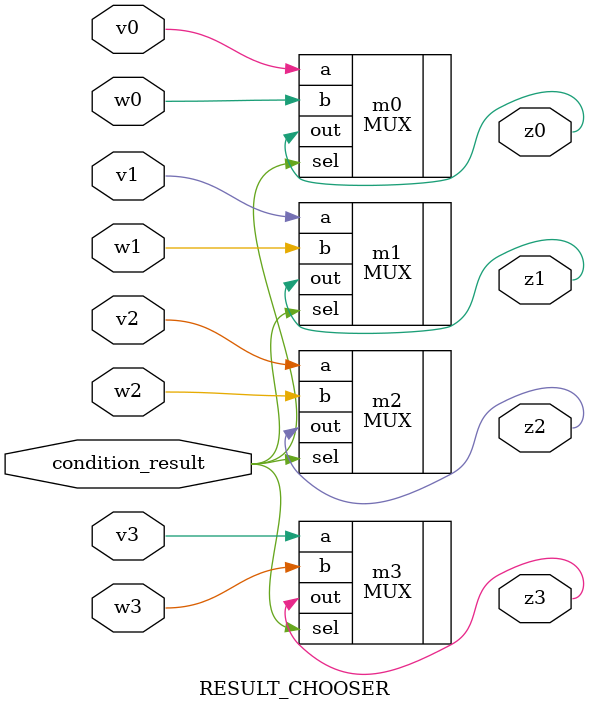
<source format=v>
`include "mux.v"

module RESULT_CHOOSER (
    condition_result,
    v3, w3,
    v2, w2,
    v1, w1,
    v0, w0,
    z3, z2, z1, z0
);
    input   condition_result,
            v3, w3,
            v2, w2,
            v1, w1,
            v0, w0;
    output  z3, z2, z1, z0;

    MUX m3 (
        .sel(condition_result),
        .a(v3),
        .b(w3),
        .out(z3)
    );

    MUX m2 (
        .sel(condition_result),
        .a(v2),
        .b(w2),
        .out(z2)
    );

    MUX m1 (
        .sel(condition_result),
        .a(v1),
        .b(w1),
        .out(z1)
    );   

    MUX m0 (
        .sel(condition_result),
        .a(v0),
        .b(w0),
        .out(z0)
    ); 

endmodule
</source>
